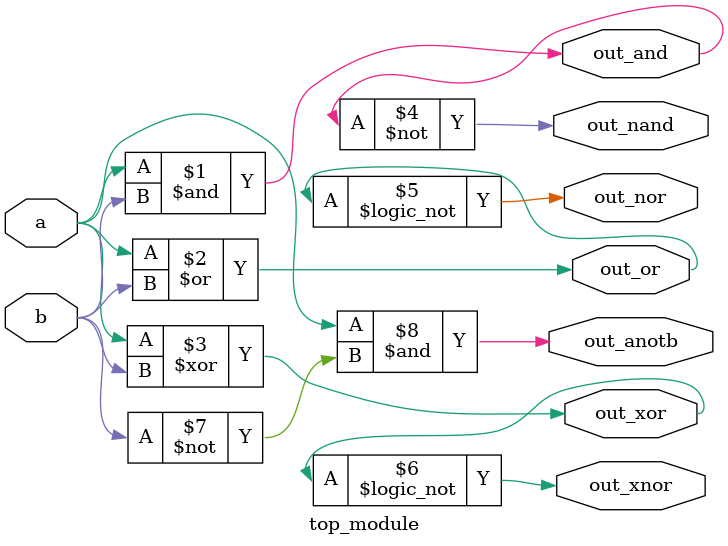
<source format=v>
module top_module( 
    input a, b,
    output out_and,
    output out_or,
    output out_xor,
    output out_nand,
    output out_nor,
    output out_xnor,
    output out_anotb
);
    assign out_and=a&b,out_or=a|b,out_xor=a^b,out_nand=~out_and,out_nor=!out_or,out_xnor=!out_xor,out_anotb=a&~b;	//sorry for the clumsy style, actually was writing this in vibe mode :)
endmodule


</source>
